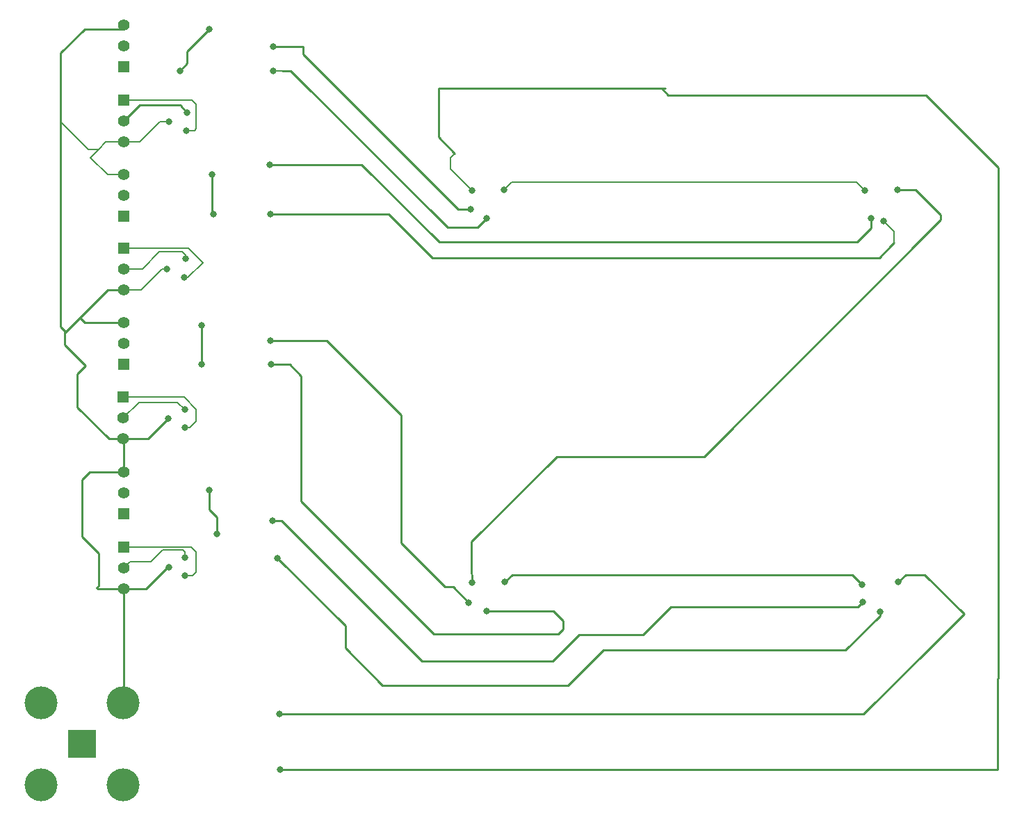
<source format=gbr>
%TF.GenerationSoftware,KiCad,Pcbnew,(6.0.8-1)-1*%
%TF.CreationDate,2024-04-30T14:45:45-04:00*%
%TF.ProjectId,Untitled,556e7469-746c-4656-942e-6b696361645f,rev?*%
%TF.SameCoordinates,Original*%
%TF.FileFunction,Copper,L2,Bot*%
%TF.FilePolarity,Positive*%
%FSLAX46Y46*%
G04 Gerber Fmt 4.6, Leading zero omitted, Abs format (unit mm)*
G04 Created by KiCad (PCBNEW (6.0.8-1)-1) date 2024-04-30 14:45:45*
%MOMM*%
%LPD*%
G01*
G04 APERTURE LIST*
%TA.AperFunction,ComponentPad*%
%ADD10R,1.397000X1.397000*%
%TD*%
%TA.AperFunction,ComponentPad*%
%ADD11C,1.397000*%
%TD*%
%TA.AperFunction,ComponentPad*%
%ADD12R,3.500000X3.500000*%
%TD*%
%TA.AperFunction,ComponentPad*%
%ADD13C,4.000000*%
%TD*%
%TA.AperFunction,ViaPad*%
%ADD14C,0.800000*%
%TD*%
%TA.AperFunction,Conductor*%
%ADD15C,0.250000*%
%TD*%
%TA.AperFunction,Conductor*%
%ADD16C,0.200000*%
%TD*%
G04 APERTURE END LIST*
D10*
%TO.P,REF\u002A\u002A,1*%
%TO.N,N/C*%
X59250100Y-41127500D03*
D11*
%TO.P,REF\u002A\u002A,2*%
X59250100Y-38587500D03*
%TO.P,REF\u002A\u002A,3*%
X59250100Y-36047500D03*
%TD*%
D12*
%TO.P,LEDs,1*%
%TO.N,N/C*%
X54200000Y-123600000D03*
D13*
%TO.P,LEDs,2*%
X59225000Y-128625000D03*
X59225000Y-118575000D03*
X49175000Y-128625000D03*
X49175000Y-118575000D03*
%TD*%
D10*
%TO.P,REF\u002A\u002A,1*%
%TO.N,N/C*%
X59250100Y-95587500D03*
D11*
%TO.P,REF\u002A\u002A,2*%
X59250100Y-93047500D03*
%TO.P,REF\u002A\u002A,3*%
X59250100Y-90507500D03*
%TD*%
D10*
%TO.P,REF\u002A\u002A,1*%
%TO.N,N/C*%
X59250100Y-77387500D03*
D11*
%TO.P,REF\u002A\u002A,2*%
X59250100Y-74847500D03*
%TO.P,REF\u002A\u002A,3*%
X59250100Y-72307500D03*
%TD*%
D10*
%TO.P,REF\u002A\u002A,1*%
%TO.N,N/C*%
X59250100Y-59387500D03*
D11*
%TO.P,REF\u002A\u002A,2*%
X59250100Y-56847500D03*
%TO.P,REF\u002A\u002A,3*%
X59250100Y-54307500D03*
%TD*%
D10*
%TO.P,REF\u002A\u002A,1*%
%TO.N,N/C*%
X59250100Y-99612500D03*
D11*
%TO.P,REF\u002A\u002A,2*%
X59250100Y-102152500D03*
%TO.P,REF\u002A\u002A,3*%
X59250100Y-104692500D03*
%TD*%
D10*
%TO.P,REF\u002A\u002A,1*%
%TO.N,N/C*%
X59250100Y-63212500D03*
D11*
%TO.P,REF\u002A\u002A,2*%
X59250100Y-65752500D03*
%TO.P,REF\u002A\u002A,3*%
X59250100Y-68292500D03*
%TD*%
D10*
%TO.P,REF\u002A\u002A,1*%
%TO.N,N/C*%
X59200000Y-81400000D03*
D11*
%TO.P,REF\u002A\u002A,2*%
X59200000Y-83940000D03*
%TO.P,REF\u002A\u002A,3*%
X59200000Y-86480000D03*
%TD*%
D10*
%TO.P,REF\u002A\u002A,1*%
%TO.N,N/C*%
X59250100Y-45212500D03*
D11*
%TO.P,REF\u002A\u002A,2*%
X59250100Y-47752500D03*
%TO.P,REF\u002A\u002A,3*%
X59250100Y-50292500D03*
%TD*%
D14*
%TO.N,*%
X70000000Y-54300000D03*
X70200000Y-59100000D03*
X78300000Y-126700000D03*
X64550000Y-65750000D03*
X149300000Y-106300000D03*
X66900000Y-48900000D03*
X77400000Y-96400000D03*
X101700000Y-104000000D03*
X101700000Y-56200000D03*
X66700000Y-100950000D03*
X66800000Y-64500000D03*
X77100000Y-59100000D03*
X78000000Y-101000000D03*
X101500000Y-58500000D03*
X151800000Y-59900000D03*
X66600000Y-66800000D03*
X66100000Y-41637506D03*
X149200000Y-104200000D03*
X103500000Y-59600000D03*
X77212500Y-77387500D03*
X77510000Y-38690000D03*
X153600000Y-103900000D03*
X150300000Y-59600000D03*
X77470000Y-41630000D03*
X69700000Y-92700000D03*
X77100000Y-74500000D03*
X68800000Y-77400000D03*
X66700000Y-85100000D03*
X69700000Y-36600000D03*
X66700000Y-82900000D03*
X153500000Y-56100000D03*
X64800000Y-47800000D03*
X68800000Y-72600000D03*
X105700000Y-103900000D03*
X64700000Y-84000000D03*
X149500000Y-56200000D03*
X70600000Y-98000000D03*
X67000000Y-46700000D03*
X66700000Y-103150000D03*
X101300000Y-106400000D03*
X105600000Y-56100000D03*
X77050000Y-53050000D03*
X103500000Y-107400000D03*
X64750000Y-102100000D03*
X151400000Y-107500000D03*
X78200000Y-120000000D03*
%TD*%
D15*
%TO.N,*%
X150300000Y-60800000D02*
X148600000Y-62500000D01*
X66200000Y-45800000D02*
X61202600Y-45800000D01*
X157000000Y-44600000D02*
X165800000Y-53400000D01*
X62220000Y-86480000D02*
X64700000Y-84000000D01*
X59200000Y-86480000D02*
X57480000Y-86480000D01*
X113400000Y-116500000D02*
X90800000Y-116500000D01*
D16*
X62600000Y-101400000D02*
X64000000Y-100000000D01*
X59250100Y-45212500D02*
X67612500Y-45212500D01*
X61140000Y-82000000D02*
X65800000Y-82000000D01*
D15*
X103500000Y-59600000D02*
X102400000Y-60700000D01*
X51600000Y-39490000D02*
X54532494Y-36557506D01*
X68800000Y-77400000D02*
X68800000Y-72600000D01*
D16*
X99100000Y-53600000D02*
X99100000Y-52200000D01*
D15*
X112000000Y-88600000D02*
X101600000Y-99000000D01*
D16*
X59250100Y-50292500D02*
X61207500Y-50292500D01*
X62987500Y-99612500D02*
X67512500Y-99612500D01*
X57307500Y-54307500D02*
X59250100Y-54307500D01*
D15*
X59250100Y-104692500D02*
X59250100Y-118549900D01*
X149400000Y-120000000D02*
X161200000Y-108200000D01*
X111500000Y-113500000D02*
X95600000Y-113500000D01*
X153500000Y-56100000D02*
X155700000Y-56100000D01*
X66200000Y-45900000D02*
X67000000Y-46700000D01*
D16*
X106500000Y-55200000D02*
X105600000Y-56100000D01*
D15*
X70000000Y-54300000D02*
X70000000Y-58900000D01*
X112200000Y-110200000D02*
X97000000Y-110200000D01*
X81110000Y-38690000D02*
X77510000Y-38690000D01*
X153600000Y-103900000D02*
X154500000Y-103000000D01*
X111600000Y-107400000D02*
X112800000Y-108600000D01*
X147200000Y-112200000D02*
X117700000Y-112200000D01*
X96850000Y-64400000D02*
X106200000Y-64400000D01*
X98400000Y-104500000D02*
X99400000Y-104500000D01*
X93050000Y-99150000D02*
X98400000Y-104500000D01*
D16*
X59200000Y-83940000D02*
X61140000Y-82000000D01*
D15*
X148600000Y-62500000D02*
X97700000Y-62500000D01*
X77100000Y-59100000D02*
X91550000Y-59100000D01*
X56000000Y-104600000D02*
X56092500Y-104692500D01*
X78500000Y-96400000D02*
X77400000Y-96400000D01*
X54507500Y-72307500D02*
X59250100Y-72307500D01*
X70600000Y-96000000D02*
X70600000Y-98000000D01*
X51600000Y-72800000D02*
X51600000Y-47800000D01*
D16*
X153100000Y-61200000D02*
X153100000Y-62600000D01*
D15*
X158800000Y-59800000D02*
X130000000Y-88600000D01*
X150300000Y-59600000D02*
X150300000Y-60800000D01*
X103500000Y-107400000D02*
X111600000Y-107400000D01*
X155700000Y-56100000D02*
X158800000Y-59200000D01*
X93050000Y-83550000D02*
X84000000Y-74500000D01*
D16*
X67512500Y-99612500D02*
X68100000Y-100200000D01*
D15*
X62007500Y-104692500D02*
X64750000Y-101950000D01*
D16*
X149500000Y-56200000D02*
X148500000Y-55200000D01*
D15*
X106200000Y-64400000D02*
X151300000Y-64400000D01*
X114700000Y-110300000D02*
X111500000Y-113500000D01*
X52100000Y-73300000D02*
X52100000Y-75050000D01*
X98700000Y-60700000D02*
X79630000Y-41630000D01*
X165700000Y-126700000D02*
X78300000Y-126700000D01*
X117700000Y-112200000D02*
X113400000Y-116500000D01*
D16*
X61407500Y-68292500D02*
X59250100Y-68292500D01*
X67112500Y-63212500D02*
X59250100Y-63212500D01*
D15*
X59250100Y-104692500D02*
X62007500Y-104692500D01*
X124800000Y-43800000D02*
X97600000Y-43800000D01*
D16*
X67650000Y-103150000D02*
X66700000Y-103150000D01*
D15*
X91550000Y-59100000D02*
X96850000Y-64400000D01*
X102400000Y-60700000D02*
X98700000Y-60700000D01*
X156800000Y-103000000D02*
X161600000Y-107800000D01*
D16*
X66800000Y-64100000D02*
X66800000Y-64500000D01*
D15*
X51600000Y-47800000D02*
X51600000Y-39490000D01*
X101600000Y-99000000D02*
X101600000Y-102900000D01*
X79630000Y-41630000D02*
X78570000Y-41630000D01*
X158800000Y-59200000D02*
X158800000Y-59800000D01*
X97600000Y-49735000D02*
X99582500Y-51717500D01*
X165800000Y-115600000D02*
X165700000Y-115700000D01*
X57480000Y-86480000D02*
X53600000Y-82600000D01*
X54732500Y-70907500D02*
X57347500Y-68292500D01*
D16*
X66600000Y-66800000D02*
X67100000Y-66800000D01*
D15*
X66200000Y-45800000D02*
X66200000Y-45900000D01*
D16*
X66400000Y-63700000D02*
X66800000Y-64100000D01*
D15*
X70000000Y-58900000D02*
X70200000Y-59100000D01*
X125200000Y-43800000D02*
X124800000Y-43800000D01*
X81110000Y-39610000D02*
X81110000Y-38690000D01*
X69700000Y-36600000D02*
X67000000Y-39300000D01*
X106600000Y-103000000D02*
X148000000Y-103000000D01*
X56200000Y-100400000D02*
X56200000Y-104400000D01*
D16*
X63600000Y-63700000D02*
X66400000Y-63700000D01*
X62987500Y-99612500D02*
X63112500Y-99612500D01*
D15*
X151400000Y-108000000D02*
X147200000Y-112200000D01*
X148000000Y-103000000D02*
X149200000Y-104200000D01*
D16*
X148500000Y-55200000D02*
X106500000Y-55200000D01*
X59250100Y-65752500D02*
X61547500Y-65752500D01*
D15*
X124800000Y-43800000D02*
X125600000Y-44600000D01*
X97700000Y-62500000D02*
X88250000Y-53050000D01*
X54200000Y-91400000D02*
X54200000Y-98400000D01*
D16*
X61207500Y-50292500D02*
X63700000Y-47800000D01*
D15*
X90800000Y-116500000D02*
X86250000Y-111950000D01*
X100000000Y-58500000D02*
X81110000Y-39610000D01*
D16*
X66700000Y-85100000D02*
X67300000Y-85100000D01*
X77470000Y-41630000D02*
X78570000Y-41630000D01*
D15*
X69700000Y-92700000D02*
X69700000Y-95100000D01*
X122500000Y-110300000D02*
X114700000Y-110300000D01*
D16*
X64000000Y-100000000D02*
X66500000Y-100000000D01*
X59250100Y-99612500D02*
X62987500Y-99612500D01*
X56200000Y-51200000D02*
X55200000Y-52200000D01*
D15*
X95600000Y-113500000D02*
X78500000Y-96400000D01*
D16*
X67300000Y-85100000D02*
X68100000Y-84300000D01*
X101700000Y-56200000D02*
X99100000Y-53600000D01*
D15*
X112800000Y-109600000D02*
X112200000Y-110200000D01*
D16*
X59250100Y-50292500D02*
X57107500Y-50292500D01*
D15*
X59250100Y-90507500D02*
X59250100Y-86530100D01*
X86250000Y-109250000D02*
X78000000Y-101000000D01*
X151300000Y-64400000D02*
X153100000Y-62600000D01*
X101500000Y-58500000D02*
X100000000Y-58500000D01*
X130000000Y-88600000D02*
X112000000Y-88600000D01*
D16*
X64550000Y-65750000D02*
X63950000Y-65750000D01*
X59250100Y-102152500D02*
X60002600Y-101400000D01*
X68100000Y-84300000D02*
X68100000Y-82900000D01*
D15*
X105700000Y-103900000D02*
X106600000Y-103000000D01*
X59250100Y-118549900D02*
X59225000Y-118575000D01*
D16*
X151800000Y-59900000D02*
X153100000Y-61200000D01*
D15*
X165800000Y-53400000D02*
X165800000Y-115600000D01*
X84000000Y-74500000D02*
X77100000Y-74500000D01*
X149300000Y-106300000D02*
X148690000Y-106910000D01*
D16*
X67100000Y-66800000D02*
X68900000Y-65000000D01*
X67900000Y-48900000D02*
X66900000Y-48900000D01*
D15*
X125600000Y-44600000D02*
X157000000Y-44600000D01*
D16*
X67612500Y-45212500D02*
X68100000Y-45700000D01*
D15*
X88250000Y-53050000D02*
X77050000Y-53050000D01*
X151400000Y-107500000D02*
X151400000Y-108000000D01*
D16*
X63950000Y-65750000D02*
X61407500Y-68292500D01*
X56200000Y-51200000D02*
X55000000Y-51200000D01*
D15*
X125890000Y-106910000D02*
X122500000Y-110300000D01*
D16*
X99100000Y-52200000D02*
X99582500Y-51717500D01*
D15*
X53920000Y-71720000D02*
X52161068Y-73478932D01*
D16*
X66700000Y-100200000D02*
X66700000Y-100950000D01*
D15*
X59200000Y-86480000D02*
X62220000Y-86480000D01*
D16*
X57107500Y-50292500D02*
X56200000Y-51200000D01*
X60002600Y-101400000D02*
X62600000Y-101400000D01*
D15*
X59250100Y-86530100D02*
X59200000Y-86480000D01*
X52150000Y-73350000D02*
X52100000Y-73300000D01*
X55092500Y-90507500D02*
X54200000Y-91400000D01*
X53920000Y-71720000D02*
X54507500Y-72307500D01*
X52100000Y-75050000D02*
X54625000Y-77575000D01*
X69700000Y-95100000D02*
X70600000Y-96000000D01*
X80900000Y-94100000D02*
X80900000Y-78800000D01*
X80900000Y-78800000D02*
X79487500Y-77387500D01*
D16*
X66600000Y-81400000D02*
X59200000Y-81400000D01*
X68100000Y-100200000D02*
X68100000Y-102700000D01*
D15*
X61202600Y-45800000D02*
X59250100Y-47752500D01*
D16*
X68100000Y-48700000D02*
X67900000Y-48900000D01*
D15*
X67000000Y-39300000D02*
X67000000Y-40737506D01*
X99400000Y-104500000D02*
X101300000Y-106400000D01*
D16*
X68900000Y-65000000D02*
X67112500Y-63212500D01*
D15*
X93050000Y-99150000D02*
X93050000Y-83550000D01*
X79487500Y-77387500D02*
X77212500Y-77387500D01*
D16*
X61547500Y-65752500D02*
X63600000Y-63700000D01*
D15*
X86250000Y-111950000D02*
X86250000Y-109250000D01*
X97600000Y-43800000D02*
X97600000Y-49735000D01*
D16*
X63700000Y-47800000D02*
X64800000Y-47800000D01*
D15*
X54200000Y-98400000D02*
X56200000Y-100400000D01*
X53600000Y-78600000D02*
X54625000Y-77575000D01*
X154500000Y-103000000D02*
X156800000Y-103000000D01*
X101700000Y-104000000D02*
X101700000Y-103000000D01*
X57347500Y-68292500D02*
X59250100Y-68292500D01*
X112800000Y-108600000D02*
X112800000Y-109600000D01*
X161600000Y-107800000D02*
X156200000Y-113200000D01*
X53600000Y-82600000D02*
X53600000Y-78600000D01*
X97000000Y-110200000D02*
X80900000Y-94100000D01*
D16*
X66500000Y-100000000D02*
X66700000Y-100200000D01*
X151700000Y-64000000D02*
X153100000Y-62600000D01*
D15*
X54732500Y-70907500D02*
X53920000Y-71720000D01*
D16*
X55000000Y-51200000D02*
X51600000Y-47800000D01*
D15*
X52100000Y-73300000D02*
X51600000Y-72800000D01*
D16*
X68100000Y-45700000D02*
X68100000Y-48700000D01*
X68100000Y-82900000D02*
X66600000Y-81400000D01*
D15*
X56200000Y-104400000D02*
X56000000Y-104600000D01*
X78200000Y-120000000D02*
X149400000Y-120000000D01*
D16*
X55200000Y-52200000D02*
X57307500Y-54307500D01*
D15*
X59250100Y-90507500D02*
X55092500Y-90507500D01*
X165700000Y-115700000D02*
X165700000Y-126700000D01*
D16*
X65800000Y-82000000D02*
X66700000Y-82900000D01*
D15*
X67000000Y-40737506D02*
X66100000Y-41637506D01*
X54532494Y-36557506D02*
X59270100Y-36557506D01*
D16*
X68100000Y-102700000D02*
X67650000Y-103150000D01*
D15*
X56092500Y-104692500D02*
X59250100Y-104692500D01*
X148690000Y-106910000D02*
X125890000Y-106910000D01*
%TD*%
M02*

</source>
